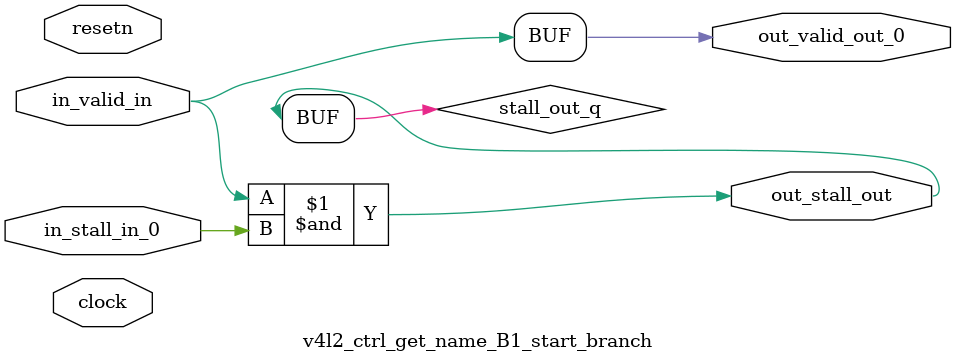
<source format=sv>



(* altera_attribute = "-name AUTO_SHIFT_REGISTER_RECOGNITION OFF; -name MESSAGE_DISABLE 10036; -name MESSAGE_DISABLE 10037; -name MESSAGE_DISABLE 14130; -name MESSAGE_DISABLE 14320; -name MESSAGE_DISABLE 15400; -name MESSAGE_DISABLE 14130; -name MESSAGE_DISABLE 10036; -name MESSAGE_DISABLE 12020; -name MESSAGE_DISABLE 12030; -name MESSAGE_DISABLE 12010; -name MESSAGE_DISABLE 12110; -name MESSAGE_DISABLE 14320; -name MESSAGE_DISABLE 13410; -name MESSAGE_DISABLE 113007; -name MESSAGE_DISABLE 10958" *)
module v4l2_ctrl_get_name_B1_start_branch (
    input wire [0:0] in_stall_in_0,
    input wire [0:0] in_valid_in,
    output wire [0:0] out_stall_out,
    output wire [0:0] out_valid_out_0,
    input wire clock,
    input wire resetn
    );

    wire [0:0] stall_out_q;


    // stall_out(LOGICAL,6)
    assign stall_out_q = in_valid_in & in_stall_in_0;

    // out_stall_out(GPOUT,4)
    assign out_stall_out = stall_out_q;

    // out_valid_out_0(GPOUT,5)
    assign out_valid_out_0 = in_valid_in;

endmodule

</source>
